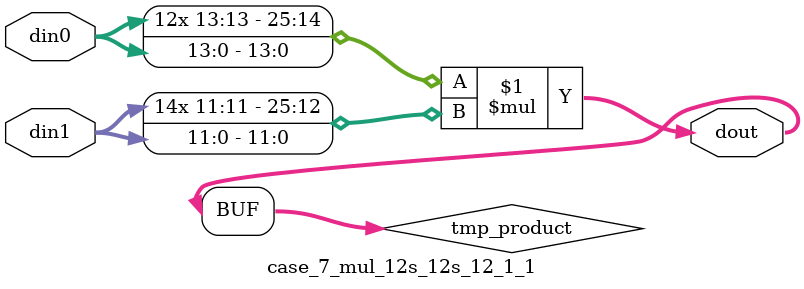
<source format=v>

`timescale 1 ns / 1 ps

 module case_7_mul_12s_12s_12_1_1(din0, din1, dout);
parameter ID = 1;
parameter NUM_STAGE = 0;
parameter din0_WIDTH = 14;
parameter din1_WIDTH = 12;
parameter dout_WIDTH = 26;

input [din0_WIDTH - 1 : 0] din0; 
input [din1_WIDTH - 1 : 0] din1; 
output [dout_WIDTH - 1 : 0] dout;

wire signed [dout_WIDTH - 1 : 0] tmp_product;



























assign tmp_product = $signed(din0) * $signed(din1);








assign dout = tmp_product;





















endmodule

</source>
